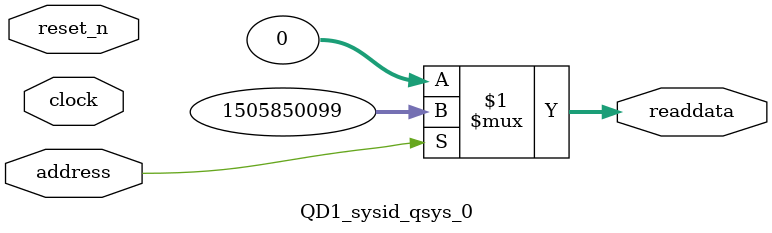
<source format=v>



// synthesis translate_off
`timescale 1ns / 1ps
// synthesis translate_on

// turn off superfluous verilog processor warnings 
// altera message_level Level1 
// altera message_off 10034 10035 10036 10037 10230 10240 10030 

module QD1_sysid_qsys_0 (
               // inputs:
                address,
                clock,
                reset_n,

               // outputs:
                readdata
             )
;

  output  [ 31: 0] readdata;
  input            address;
  input            clock;
  input            reset_n;

  wire    [ 31: 0] readdata;
  //control_slave, which is an e_avalon_slave
  assign readdata = address ? 1505850099 : 0;

endmodule




</source>
